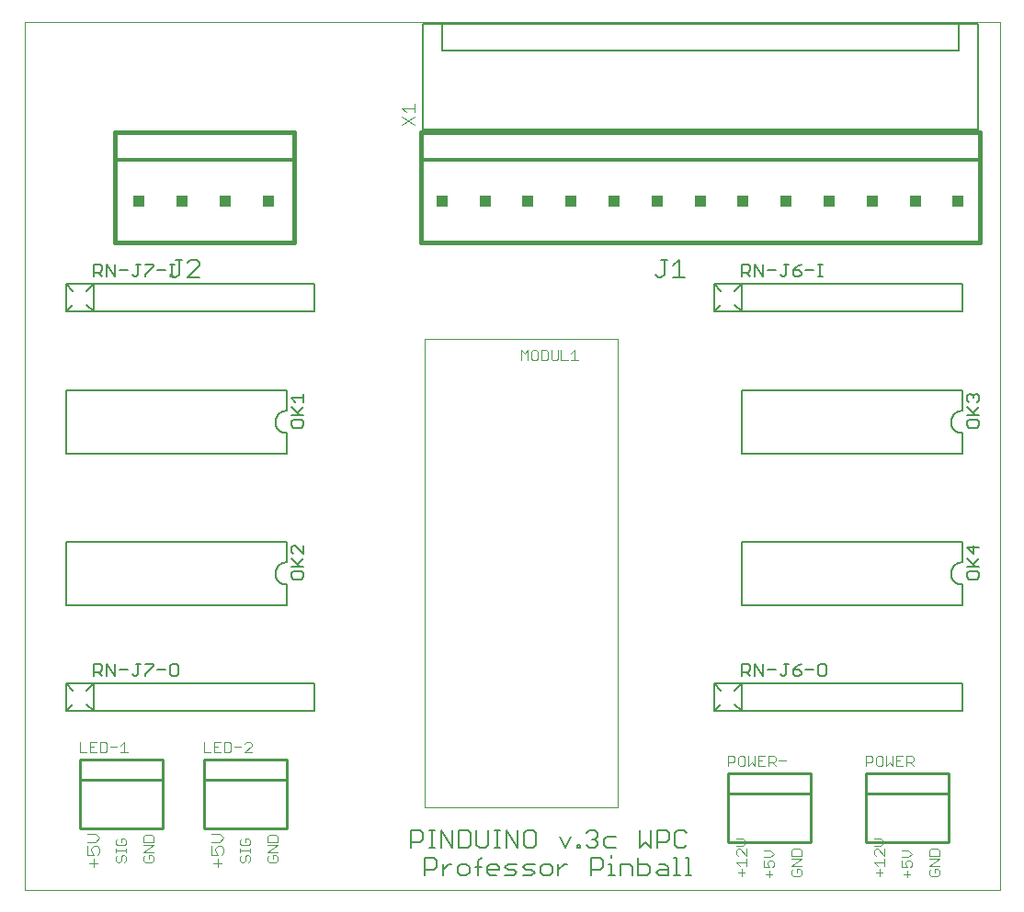
<source format=gto>
G75*
%MOIN*%
%OFA0B0*%
%FSLAX25Y25*%
%IPPOS*%
%LPD*%
%AMOC8*
5,1,8,0,0,1.08239X$1,22.5*
%
%ADD10C,0.00000*%
%ADD11C,0.00300*%
%ADD12C,0.00400*%
%ADD13C,0.00600*%
%ADD14C,0.01000*%
%ADD15C,0.00500*%
%ADD16C,0.00800*%
%ADD17C,0.01600*%
%ADD18C,0.01200*%
%ADD19R,0.04000X0.04000*%
D10*
X0011800Y0011800D02*
X0011800Y0327076D01*
X0365501Y0327076D01*
X0365501Y0011800D01*
X0011800Y0011800D01*
X0156800Y0041800D02*
X0156800Y0211800D01*
X0226800Y0211800D01*
X0226800Y0041800D01*
X0156800Y0041800D01*
D11*
X0103650Y0031168D02*
X0103650Y0029316D01*
X0099947Y0029316D01*
X0099947Y0031168D01*
X0100564Y0031785D01*
X0103033Y0031785D01*
X0103650Y0031168D01*
X0103650Y0028102D02*
X0099947Y0028102D01*
X0099947Y0025633D02*
X0103650Y0028102D01*
X0103650Y0025633D02*
X0099947Y0025633D01*
X0100564Y0024419D02*
X0099947Y0023802D01*
X0099947Y0022567D01*
X0100564Y0021950D01*
X0103033Y0021950D01*
X0103650Y0022567D01*
X0103650Y0023802D01*
X0103033Y0024419D01*
X0101798Y0024419D01*
X0101798Y0023184D01*
X0093650Y0022567D02*
X0093033Y0021950D01*
X0093650Y0022567D02*
X0093650Y0023802D01*
X0093033Y0024419D01*
X0092416Y0024419D01*
X0091798Y0023802D01*
X0091798Y0022567D01*
X0091181Y0021950D01*
X0090564Y0021950D01*
X0089947Y0022567D01*
X0089947Y0023802D01*
X0090564Y0024419D01*
X0089947Y0025633D02*
X0089947Y0026868D01*
X0089947Y0026250D02*
X0093650Y0026250D01*
X0093650Y0025633D02*
X0093650Y0026868D01*
X0093033Y0028089D02*
X0090564Y0028089D01*
X0089947Y0028706D01*
X0089947Y0029940D01*
X0090564Y0030557D01*
X0091798Y0030557D02*
X0091798Y0029323D01*
X0091798Y0030557D02*
X0093033Y0030557D01*
X0093650Y0029940D01*
X0093650Y0028706D01*
X0093033Y0028089D01*
X0058650Y0028102D02*
X0054947Y0028102D01*
X0054947Y0029316D02*
X0054947Y0031168D01*
X0055564Y0031785D01*
X0058033Y0031785D01*
X0058650Y0031168D01*
X0058650Y0029316D01*
X0054947Y0029316D01*
X0054947Y0025633D02*
X0058650Y0028102D01*
X0058650Y0025633D02*
X0054947Y0025633D01*
X0055564Y0024419D02*
X0054947Y0023802D01*
X0054947Y0022567D01*
X0055564Y0021950D01*
X0058033Y0021950D01*
X0058650Y0022567D01*
X0058650Y0023802D01*
X0058033Y0024419D01*
X0056798Y0024419D01*
X0056798Y0023184D01*
X0048650Y0022567D02*
X0048033Y0021950D01*
X0048650Y0022567D02*
X0048650Y0023802D01*
X0048033Y0024419D01*
X0047416Y0024419D01*
X0046798Y0023802D01*
X0046798Y0022567D01*
X0046181Y0021950D01*
X0045564Y0021950D01*
X0044947Y0022567D01*
X0044947Y0023802D01*
X0045564Y0024419D01*
X0044947Y0025633D02*
X0044947Y0026868D01*
X0044947Y0026250D02*
X0048650Y0026250D01*
X0048650Y0025633D02*
X0048650Y0026868D01*
X0048033Y0028089D02*
X0048650Y0028706D01*
X0048650Y0029940D01*
X0048033Y0030557D01*
X0046798Y0030557D01*
X0046798Y0029323D01*
X0045564Y0030557D02*
X0044947Y0029940D01*
X0044947Y0028706D01*
X0045564Y0028089D01*
X0048033Y0028089D01*
X0191950Y0204115D02*
X0191950Y0207755D01*
X0193163Y0206542D01*
X0194377Y0207755D01*
X0194377Y0204115D01*
X0195575Y0204722D02*
X0196182Y0204115D01*
X0197395Y0204115D01*
X0198002Y0204722D01*
X0198002Y0207149D01*
X0197395Y0207755D01*
X0196182Y0207755D01*
X0195575Y0207149D01*
X0195575Y0204722D01*
X0199200Y0204115D02*
X0199200Y0207755D01*
X0201020Y0207755D01*
X0201627Y0207149D01*
X0201627Y0204722D01*
X0201020Y0204115D01*
X0199200Y0204115D01*
X0202825Y0204722D02*
X0202825Y0207755D01*
X0205252Y0207755D02*
X0205252Y0204722D01*
X0204645Y0204115D01*
X0203432Y0204115D01*
X0202825Y0204722D01*
X0206451Y0204115D02*
X0206451Y0207755D01*
X0206451Y0204115D02*
X0208877Y0204115D01*
X0210076Y0204115D02*
X0212502Y0204115D01*
X0211289Y0204115D02*
X0211289Y0207755D01*
X0210076Y0206542D01*
X0269947Y0030468D02*
X0272416Y0030468D01*
X0273650Y0029234D01*
X0272416Y0027999D01*
X0269947Y0027999D01*
X0270564Y0026785D02*
X0269947Y0026168D01*
X0269947Y0024933D01*
X0270564Y0024316D01*
X0270564Y0026785D02*
X0271181Y0026785D01*
X0273650Y0024316D01*
X0273650Y0026785D01*
X0273650Y0023102D02*
X0273650Y0020633D01*
X0273650Y0021868D02*
X0269947Y0021868D01*
X0271181Y0020633D01*
X0271798Y0019419D02*
X0271798Y0016950D01*
X0270564Y0018184D02*
X0273033Y0018184D01*
X0279947Y0020108D02*
X0279947Y0022577D01*
X0279947Y0023792D02*
X0282416Y0023792D01*
X0283650Y0025026D01*
X0282416Y0026260D01*
X0279947Y0026260D01*
X0281798Y0022577D02*
X0283033Y0022577D01*
X0283650Y0021960D01*
X0283650Y0020726D01*
X0283033Y0020108D01*
X0281798Y0020108D02*
X0281181Y0021343D01*
X0281181Y0021960D01*
X0281798Y0022577D01*
X0281798Y0020108D02*
X0279947Y0020108D01*
X0281798Y0018894D02*
X0281798Y0016425D01*
X0280564Y0017660D02*
X0283033Y0017660D01*
X0289947Y0017567D02*
X0290564Y0016950D01*
X0293033Y0016950D01*
X0293650Y0017567D01*
X0293650Y0018802D01*
X0293033Y0019419D01*
X0291798Y0019419D01*
X0291798Y0018184D01*
X0290564Y0019419D02*
X0289947Y0018802D01*
X0289947Y0017567D01*
X0289947Y0020633D02*
X0293650Y0023102D01*
X0289947Y0023102D01*
X0289947Y0024316D02*
X0289947Y0026168D01*
X0290564Y0026785D01*
X0293033Y0026785D01*
X0293650Y0026168D01*
X0293650Y0024316D01*
X0289947Y0024316D01*
X0289947Y0020633D02*
X0293650Y0020633D01*
X0319947Y0021868D02*
X0323650Y0021868D01*
X0323650Y0023102D02*
X0323650Y0020633D01*
X0321798Y0019419D02*
X0321798Y0016950D01*
X0320564Y0018184D02*
X0323033Y0018184D01*
X0321181Y0020633D02*
X0319947Y0021868D01*
X0320564Y0024316D02*
X0319947Y0024933D01*
X0319947Y0026168D01*
X0320564Y0026785D01*
X0321181Y0026785D01*
X0323650Y0024316D01*
X0323650Y0026785D01*
X0322416Y0027999D02*
X0319947Y0027999D01*
X0322416Y0027999D02*
X0323650Y0029234D01*
X0322416Y0030468D01*
X0319947Y0030468D01*
X0329947Y0026260D02*
X0332416Y0026260D01*
X0333650Y0025026D01*
X0332416Y0023792D01*
X0329947Y0023792D01*
X0329947Y0022577D02*
X0329947Y0020108D01*
X0331798Y0020108D01*
X0331181Y0021343D01*
X0331181Y0021960D01*
X0331798Y0022577D01*
X0333033Y0022577D01*
X0333650Y0021960D01*
X0333650Y0020726D01*
X0333033Y0020108D01*
X0331798Y0018894D02*
X0331798Y0016425D01*
X0330564Y0017660D02*
X0333033Y0017660D01*
X0339947Y0017567D02*
X0340564Y0016950D01*
X0343033Y0016950D01*
X0343650Y0017567D01*
X0343650Y0018802D01*
X0343033Y0019419D01*
X0341798Y0019419D01*
X0341798Y0018184D01*
X0340564Y0019419D02*
X0339947Y0018802D01*
X0339947Y0017567D01*
X0339947Y0020633D02*
X0343650Y0023102D01*
X0339947Y0023102D01*
X0339947Y0024316D02*
X0339947Y0026168D01*
X0340564Y0026785D01*
X0343033Y0026785D01*
X0343650Y0026168D01*
X0343650Y0024316D01*
X0339947Y0024316D01*
X0339947Y0020633D02*
X0343650Y0020633D01*
D12*
X0334135Y0057000D02*
X0332934Y0058201D01*
X0333534Y0058201D02*
X0331733Y0058201D01*
X0331733Y0057000D02*
X0331733Y0060603D01*
X0333534Y0060603D01*
X0334135Y0060003D01*
X0334135Y0058802D01*
X0333534Y0058201D01*
X0330451Y0057000D02*
X0328049Y0057000D01*
X0328049Y0060603D01*
X0330451Y0060603D01*
X0329250Y0058802D02*
X0328049Y0058802D01*
X0326768Y0057000D02*
X0326768Y0060603D01*
X0324366Y0060603D02*
X0324366Y0057000D01*
X0325567Y0058201D01*
X0326768Y0057000D01*
X0323085Y0057601D02*
X0323085Y0060003D01*
X0322485Y0060603D01*
X0321284Y0060603D01*
X0320683Y0060003D01*
X0320683Y0057601D01*
X0321284Y0057000D01*
X0322485Y0057000D01*
X0323085Y0057601D01*
X0319402Y0058802D02*
X0318802Y0058201D01*
X0317000Y0058201D01*
X0317000Y0057000D02*
X0317000Y0060603D01*
X0318802Y0060603D01*
X0319402Y0060003D01*
X0319402Y0058802D01*
X0287818Y0058802D02*
X0285416Y0058802D01*
X0284135Y0058802D02*
X0283534Y0058201D01*
X0281733Y0058201D01*
X0282934Y0058201D02*
X0284135Y0057000D01*
X0284135Y0058802D02*
X0284135Y0060003D01*
X0283534Y0060603D01*
X0281733Y0060603D01*
X0281733Y0057000D01*
X0280451Y0057000D02*
X0278049Y0057000D01*
X0278049Y0060603D01*
X0280451Y0060603D01*
X0279250Y0058802D02*
X0278049Y0058802D01*
X0276768Y0057000D02*
X0276768Y0060603D01*
X0274366Y0060603D02*
X0274366Y0057000D01*
X0275567Y0058201D01*
X0276768Y0057000D01*
X0273085Y0057601D02*
X0273085Y0060003D01*
X0272485Y0060603D01*
X0271284Y0060603D01*
X0270683Y0060003D01*
X0270683Y0057601D01*
X0271284Y0057000D01*
X0272485Y0057000D01*
X0273085Y0057601D01*
X0269402Y0058802D02*
X0268802Y0058201D01*
X0267000Y0058201D01*
X0267000Y0057000D02*
X0267000Y0060603D01*
X0268802Y0060603D01*
X0269402Y0060003D01*
X0269402Y0058802D01*
X0094135Y0062000D02*
X0091733Y0062000D01*
X0094135Y0064402D01*
X0094135Y0065003D01*
X0093534Y0065603D01*
X0092333Y0065603D01*
X0091733Y0065003D01*
X0090451Y0063802D02*
X0088049Y0063802D01*
X0086768Y0065003D02*
X0086168Y0065603D01*
X0084366Y0065603D01*
X0084366Y0062000D01*
X0086168Y0062000D01*
X0086768Y0062601D01*
X0086768Y0065003D01*
X0083085Y0065603D02*
X0080683Y0065603D01*
X0080683Y0062000D01*
X0083085Y0062000D01*
X0081884Y0063802D02*
X0080683Y0063802D01*
X0079402Y0062000D02*
X0077000Y0062000D01*
X0077000Y0065603D01*
X0049135Y0062000D02*
X0046733Y0062000D01*
X0047934Y0062000D02*
X0047934Y0065603D01*
X0046733Y0064402D01*
X0045451Y0063802D02*
X0043049Y0063802D01*
X0041768Y0062601D02*
X0041768Y0065003D01*
X0041168Y0065603D01*
X0039366Y0065603D01*
X0039366Y0062000D01*
X0041168Y0062000D01*
X0041768Y0062601D01*
X0038085Y0062000D02*
X0035683Y0062000D01*
X0035683Y0065603D01*
X0038085Y0065603D01*
X0036884Y0063802D02*
X0035683Y0063802D01*
X0034402Y0062000D02*
X0032000Y0062000D01*
X0032000Y0065603D01*
X0034496Y0032371D02*
X0037565Y0032371D01*
X0039100Y0030837D01*
X0037565Y0029302D01*
X0034496Y0029302D01*
X0034496Y0027767D02*
X0034496Y0024698D01*
X0036798Y0024698D01*
X0036031Y0026233D01*
X0036031Y0027000D01*
X0036798Y0027767D01*
X0038333Y0027767D01*
X0039100Y0027000D01*
X0039100Y0025465D01*
X0038333Y0024698D01*
X0036798Y0023163D02*
X0036798Y0020094D01*
X0035263Y0021629D02*
X0038333Y0021629D01*
X0079496Y0024698D02*
X0081798Y0024698D01*
X0081031Y0026233D01*
X0081031Y0027000D01*
X0081798Y0027767D01*
X0083333Y0027767D01*
X0084100Y0027000D01*
X0084100Y0025465D01*
X0083333Y0024698D01*
X0081798Y0023163D02*
X0081798Y0020094D01*
X0080263Y0021629D02*
X0083333Y0021629D01*
X0079496Y0024698D02*
X0079496Y0027767D01*
X0079496Y0029302D02*
X0082565Y0029302D01*
X0084100Y0030837D01*
X0082565Y0032371D01*
X0079496Y0032371D01*
X0148610Y0289500D02*
X0153214Y0292569D01*
X0153214Y0294104D02*
X0153214Y0297173D01*
X0153214Y0295639D02*
X0148610Y0295639D01*
X0150145Y0294104D01*
X0148610Y0292569D02*
X0153214Y0289500D01*
D13*
X0116800Y0231800D02*
X0036800Y0231800D01*
X0026800Y0231800D01*
X0029300Y0229300D01*
X0026800Y0231800D02*
X0026800Y0221800D01*
X0036800Y0221800D01*
X0116800Y0221800D01*
X0116800Y0231800D01*
X0106800Y0193300D02*
X0106800Y0185800D01*
X0106674Y0185798D01*
X0106549Y0185792D01*
X0106424Y0185782D01*
X0106299Y0185768D01*
X0106174Y0185751D01*
X0106050Y0185729D01*
X0105927Y0185704D01*
X0105805Y0185674D01*
X0105684Y0185641D01*
X0105564Y0185604D01*
X0105445Y0185564D01*
X0105328Y0185519D01*
X0105211Y0185471D01*
X0105097Y0185419D01*
X0104984Y0185364D01*
X0104873Y0185305D01*
X0104764Y0185243D01*
X0104657Y0185177D01*
X0104552Y0185108D01*
X0104449Y0185036D01*
X0104348Y0184961D01*
X0104250Y0184882D01*
X0104155Y0184800D01*
X0104062Y0184716D01*
X0103972Y0184628D01*
X0103884Y0184538D01*
X0103800Y0184445D01*
X0103718Y0184350D01*
X0103639Y0184252D01*
X0103564Y0184151D01*
X0103492Y0184048D01*
X0103423Y0183943D01*
X0103357Y0183836D01*
X0103295Y0183727D01*
X0103236Y0183616D01*
X0103181Y0183503D01*
X0103129Y0183389D01*
X0103081Y0183272D01*
X0103036Y0183155D01*
X0102996Y0183036D01*
X0102959Y0182916D01*
X0102926Y0182795D01*
X0102896Y0182673D01*
X0102871Y0182550D01*
X0102849Y0182426D01*
X0102832Y0182301D01*
X0102818Y0182176D01*
X0102808Y0182051D01*
X0102802Y0181926D01*
X0102800Y0181800D01*
X0102802Y0181674D01*
X0102808Y0181549D01*
X0102818Y0181424D01*
X0102832Y0181299D01*
X0102849Y0181174D01*
X0102871Y0181050D01*
X0102896Y0180927D01*
X0102926Y0180805D01*
X0102959Y0180684D01*
X0102996Y0180564D01*
X0103036Y0180445D01*
X0103081Y0180328D01*
X0103129Y0180211D01*
X0103181Y0180097D01*
X0103236Y0179984D01*
X0103295Y0179873D01*
X0103357Y0179764D01*
X0103423Y0179657D01*
X0103492Y0179552D01*
X0103564Y0179449D01*
X0103639Y0179348D01*
X0103718Y0179250D01*
X0103800Y0179155D01*
X0103884Y0179062D01*
X0103972Y0178972D01*
X0104062Y0178884D01*
X0104155Y0178800D01*
X0104250Y0178718D01*
X0104348Y0178639D01*
X0104449Y0178564D01*
X0104552Y0178492D01*
X0104657Y0178423D01*
X0104764Y0178357D01*
X0104873Y0178295D01*
X0104984Y0178236D01*
X0105097Y0178181D01*
X0105211Y0178129D01*
X0105328Y0178081D01*
X0105445Y0178036D01*
X0105564Y0177996D01*
X0105684Y0177959D01*
X0105805Y0177926D01*
X0105927Y0177896D01*
X0106050Y0177871D01*
X0106174Y0177849D01*
X0106299Y0177832D01*
X0106424Y0177818D01*
X0106549Y0177808D01*
X0106674Y0177802D01*
X0106800Y0177800D01*
X0106800Y0170300D01*
X0026800Y0170300D01*
X0026800Y0193300D01*
X0106800Y0193300D01*
X0075316Y0234300D02*
X0071045Y0234300D01*
X0075316Y0238570D01*
X0075316Y0239638D01*
X0074248Y0240705D01*
X0072113Y0240705D01*
X0071045Y0239638D01*
X0068870Y0240705D02*
X0066735Y0240705D01*
X0067803Y0240705D02*
X0067803Y0235368D01*
X0066735Y0234300D01*
X0065668Y0234300D01*
X0064600Y0235368D01*
X0036800Y0231800D02*
X0036800Y0221800D01*
X0034300Y0224300D01*
X0034300Y0229300D02*
X0036800Y0231800D01*
X0029300Y0224300D02*
X0026800Y0221800D01*
X0026800Y0138300D02*
X0026800Y0115300D01*
X0106800Y0115300D01*
X0106800Y0122800D01*
X0106674Y0122802D01*
X0106549Y0122808D01*
X0106424Y0122818D01*
X0106299Y0122832D01*
X0106174Y0122849D01*
X0106050Y0122871D01*
X0105927Y0122896D01*
X0105805Y0122926D01*
X0105684Y0122959D01*
X0105564Y0122996D01*
X0105445Y0123036D01*
X0105328Y0123081D01*
X0105211Y0123129D01*
X0105097Y0123181D01*
X0104984Y0123236D01*
X0104873Y0123295D01*
X0104764Y0123357D01*
X0104657Y0123423D01*
X0104552Y0123492D01*
X0104449Y0123564D01*
X0104348Y0123639D01*
X0104250Y0123718D01*
X0104155Y0123800D01*
X0104062Y0123884D01*
X0103972Y0123972D01*
X0103884Y0124062D01*
X0103800Y0124155D01*
X0103718Y0124250D01*
X0103639Y0124348D01*
X0103564Y0124449D01*
X0103492Y0124552D01*
X0103423Y0124657D01*
X0103357Y0124764D01*
X0103295Y0124873D01*
X0103236Y0124984D01*
X0103181Y0125097D01*
X0103129Y0125211D01*
X0103081Y0125328D01*
X0103036Y0125445D01*
X0102996Y0125564D01*
X0102959Y0125684D01*
X0102926Y0125805D01*
X0102896Y0125927D01*
X0102871Y0126050D01*
X0102849Y0126174D01*
X0102832Y0126299D01*
X0102818Y0126424D01*
X0102808Y0126549D01*
X0102802Y0126674D01*
X0102800Y0126800D01*
X0102802Y0126926D01*
X0102808Y0127051D01*
X0102818Y0127176D01*
X0102832Y0127301D01*
X0102849Y0127426D01*
X0102871Y0127550D01*
X0102896Y0127673D01*
X0102926Y0127795D01*
X0102959Y0127916D01*
X0102996Y0128036D01*
X0103036Y0128155D01*
X0103081Y0128272D01*
X0103129Y0128389D01*
X0103181Y0128503D01*
X0103236Y0128616D01*
X0103295Y0128727D01*
X0103357Y0128836D01*
X0103423Y0128943D01*
X0103492Y0129048D01*
X0103564Y0129151D01*
X0103639Y0129252D01*
X0103718Y0129350D01*
X0103800Y0129445D01*
X0103884Y0129538D01*
X0103972Y0129628D01*
X0104062Y0129716D01*
X0104155Y0129800D01*
X0104250Y0129882D01*
X0104348Y0129961D01*
X0104449Y0130036D01*
X0104552Y0130108D01*
X0104657Y0130177D01*
X0104764Y0130243D01*
X0104873Y0130305D01*
X0104984Y0130364D01*
X0105097Y0130419D01*
X0105211Y0130471D01*
X0105328Y0130519D01*
X0105445Y0130564D01*
X0105564Y0130604D01*
X0105684Y0130641D01*
X0105805Y0130674D01*
X0105927Y0130704D01*
X0106050Y0130729D01*
X0106174Y0130751D01*
X0106299Y0130768D01*
X0106424Y0130782D01*
X0106549Y0130792D01*
X0106674Y0130798D01*
X0106800Y0130800D01*
X0106800Y0138300D01*
X0026800Y0138300D01*
X0026800Y0086800D02*
X0036800Y0086800D01*
X0036800Y0076800D01*
X0116800Y0076800D01*
X0116800Y0086800D01*
X0036800Y0086800D01*
X0034300Y0084300D01*
X0034300Y0079300D02*
X0036800Y0076800D01*
X0026800Y0076800D01*
X0029300Y0079300D01*
X0026800Y0076800D02*
X0026800Y0086800D01*
X0029300Y0084300D01*
X0152100Y0033505D02*
X0152100Y0027100D01*
X0152100Y0029235D02*
X0155303Y0029235D01*
X0156370Y0030303D01*
X0156370Y0032438D01*
X0155303Y0033505D01*
X0152100Y0033505D01*
X0158545Y0033505D02*
X0160681Y0033505D01*
X0159613Y0033505D02*
X0159613Y0027100D01*
X0158545Y0027100D02*
X0160681Y0027100D01*
X0162842Y0027100D02*
X0162842Y0033505D01*
X0167113Y0027100D01*
X0167113Y0033505D01*
X0169288Y0033505D02*
X0172491Y0033505D01*
X0173558Y0032438D01*
X0173558Y0028168D01*
X0172491Y0027100D01*
X0169288Y0027100D01*
X0169288Y0033505D01*
X0175733Y0033505D02*
X0175733Y0028168D01*
X0176801Y0027100D01*
X0178936Y0027100D01*
X0180004Y0028168D01*
X0180004Y0033505D01*
X0182179Y0033505D02*
X0184314Y0033505D01*
X0183247Y0033505D02*
X0183247Y0027100D01*
X0184314Y0027100D02*
X0182179Y0027100D01*
X0186476Y0027100D02*
X0186476Y0033505D01*
X0190746Y0027100D01*
X0190746Y0033505D01*
X0192921Y0032438D02*
X0192921Y0028168D01*
X0193989Y0027100D01*
X0196124Y0027100D01*
X0197192Y0028168D01*
X0197192Y0032438D01*
X0196124Y0033505D01*
X0193989Y0033505D01*
X0192921Y0032438D01*
X0193618Y0021370D02*
X0196821Y0021370D01*
X0195753Y0019235D02*
X0193618Y0019235D01*
X0192550Y0020303D01*
X0193618Y0021370D01*
X0195753Y0019235D02*
X0196821Y0018168D01*
X0195753Y0017100D01*
X0192550Y0017100D01*
X0190375Y0018168D02*
X0189307Y0019235D01*
X0187172Y0019235D01*
X0186105Y0020303D01*
X0187172Y0021370D01*
X0190375Y0021370D01*
X0190375Y0018168D02*
X0189307Y0017100D01*
X0186105Y0017100D01*
X0183930Y0019235D02*
X0179659Y0019235D01*
X0179659Y0018168D02*
X0179659Y0020303D01*
X0180727Y0021370D01*
X0182862Y0021370D01*
X0183930Y0020303D01*
X0183930Y0019235D01*
X0182862Y0017100D02*
X0180727Y0017100D01*
X0179659Y0018168D01*
X0177497Y0020303D02*
X0175362Y0020303D01*
X0173187Y0020303D02*
X0172119Y0021370D01*
X0169984Y0021370D01*
X0168917Y0020303D01*
X0168917Y0018168D01*
X0169984Y0017100D01*
X0172119Y0017100D01*
X0173187Y0018168D01*
X0173187Y0020303D01*
X0176430Y0022438D02*
X0177497Y0023505D01*
X0176430Y0022438D02*
X0176430Y0017100D01*
X0166748Y0021370D02*
X0165681Y0021370D01*
X0163545Y0019235D01*
X0163545Y0017100D02*
X0163545Y0021370D01*
X0161370Y0020303D02*
X0160303Y0019235D01*
X0157100Y0019235D01*
X0157100Y0017100D02*
X0157100Y0023505D01*
X0160303Y0023505D01*
X0161370Y0022438D01*
X0161370Y0020303D01*
X0198996Y0020303D02*
X0198996Y0018168D01*
X0200063Y0017100D01*
X0202198Y0017100D01*
X0203266Y0018168D01*
X0203266Y0020303D01*
X0202198Y0021370D01*
X0200063Y0021370D01*
X0198996Y0020303D01*
X0205441Y0021370D02*
X0205441Y0017100D01*
X0205441Y0019235D02*
X0207576Y0021370D01*
X0208644Y0021370D01*
X0207948Y0027100D02*
X0210083Y0031370D01*
X0212258Y0028168D02*
X0213326Y0028168D01*
X0213326Y0027100D01*
X0212258Y0027100D01*
X0212258Y0028168D01*
X0215481Y0028168D02*
X0216548Y0027100D01*
X0218683Y0027100D01*
X0219751Y0028168D01*
X0219751Y0029235D01*
X0218683Y0030303D01*
X0217616Y0030303D01*
X0218683Y0030303D02*
X0219751Y0031370D01*
X0219751Y0032438D01*
X0218683Y0033505D01*
X0216548Y0033505D01*
X0215481Y0032438D01*
X0221926Y0030303D02*
X0221926Y0028168D01*
X0222994Y0027100D01*
X0226197Y0027100D01*
X0224771Y0024573D02*
X0224771Y0023505D01*
X0224771Y0021370D02*
X0224771Y0017100D01*
X0223703Y0017100D02*
X0225839Y0017100D01*
X0228000Y0017100D02*
X0228000Y0021370D01*
X0231203Y0021370D01*
X0232271Y0020303D01*
X0232271Y0017100D01*
X0234446Y0017100D02*
X0237649Y0017100D01*
X0238716Y0018168D01*
X0238716Y0020303D01*
X0237649Y0021370D01*
X0234446Y0021370D01*
X0234446Y0023505D02*
X0234446Y0017100D01*
X0240891Y0018168D02*
X0241959Y0019235D01*
X0245162Y0019235D01*
X0245162Y0020303D02*
X0245162Y0017100D01*
X0241959Y0017100D01*
X0240891Y0018168D01*
X0241959Y0021370D02*
X0244094Y0021370D01*
X0245162Y0020303D01*
X0247337Y0023505D02*
X0248405Y0023505D01*
X0248405Y0017100D01*
X0249472Y0017100D02*
X0247337Y0017100D01*
X0251634Y0017100D02*
X0253769Y0017100D01*
X0252702Y0017100D02*
X0252702Y0023505D01*
X0251634Y0023505D01*
X0250911Y0027100D02*
X0248776Y0027100D01*
X0247708Y0028168D01*
X0247708Y0032438D01*
X0248776Y0033505D01*
X0250911Y0033505D01*
X0251979Y0032438D01*
X0251979Y0028168D02*
X0250911Y0027100D01*
X0245533Y0030303D02*
X0244465Y0029235D01*
X0241263Y0029235D01*
X0241263Y0027100D02*
X0241263Y0033505D01*
X0244465Y0033505D01*
X0245533Y0032438D01*
X0245533Y0030303D01*
X0239088Y0033505D02*
X0239088Y0027100D01*
X0236952Y0029235D01*
X0234817Y0027100D01*
X0234817Y0033505D01*
X0226197Y0031370D02*
X0222994Y0031370D01*
X0221926Y0030303D01*
X0220461Y0023505D02*
X0217258Y0023505D01*
X0217258Y0017100D01*
X0217258Y0019235D02*
X0220461Y0019235D01*
X0221528Y0020303D01*
X0221528Y0022438D01*
X0220461Y0023505D01*
X0223703Y0021370D02*
X0224771Y0021370D01*
X0207948Y0027100D02*
X0205812Y0031370D01*
X0261800Y0076800D02*
X0271800Y0076800D01*
X0351800Y0076800D01*
X0351800Y0086800D01*
X0271800Y0086800D01*
X0261800Y0086800D01*
X0264300Y0084300D01*
X0261800Y0086800D02*
X0261800Y0076800D01*
X0264300Y0079300D01*
X0269300Y0079300D02*
X0271800Y0076800D01*
X0271800Y0086800D01*
X0269300Y0084300D01*
X0271800Y0115300D02*
X0271800Y0138300D01*
X0351800Y0138300D01*
X0351800Y0130800D01*
X0351674Y0130798D01*
X0351549Y0130792D01*
X0351424Y0130782D01*
X0351299Y0130768D01*
X0351174Y0130751D01*
X0351050Y0130729D01*
X0350927Y0130704D01*
X0350805Y0130674D01*
X0350684Y0130641D01*
X0350564Y0130604D01*
X0350445Y0130564D01*
X0350328Y0130519D01*
X0350211Y0130471D01*
X0350097Y0130419D01*
X0349984Y0130364D01*
X0349873Y0130305D01*
X0349764Y0130243D01*
X0349657Y0130177D01*
X0349552Y0130108D01*
X0349449Y0130036D01*
X0349348Y0129961D01*
X0349250Y0129882D01*
X0349155Y0129800D01*
X0349062Y0129716D01*
X0348972Y0129628D01*
X0348884Y0129538D01*
X0348800Y0129445D01*
X0348718Y0129350D01*
X0348639Y0129252D01*
X0348564Y0129151D01*
X0348492Y0129048D01*
X0348423Y0128943D01*
X0348357Y0128836D01*
X0348295Y0128727D01*
X0348236Y0128616D01*
X0348181Y0128503D01*
X0348129Y0128389D01*
X0348081Y0128272D01*
X0348036Y0128155D01*
X0347996Y0128036D01*
X0347959Y0127916D01*
X0347926Y0127795D01*
X0347896Y0127673D01*
X0347871Y0127550D01*
X0347849Y0127426D01*
X0347832Y0127301D01*
X0347818Y0127176D01*
X0347808Y0127051D01*
X0347802Y0126926D01*
X0347800Y0126800D01*
X0347802Y0126674D01*
X0347808Y0126549D01*
X0347818Y0126424D01*
X0347832Y0126299D01*
X0347849Y0126174D01*
X0347871Y0126050D01*
X0347896Y0125927D01*
X0347926Y0125805D01*
X0347959Y0125684D01*
X0347996Y0125564D01*
X0348036Y0125445D01*
X0348081Y0125328D01*
X0348129Y0125211D01*
X0348181Y0125097D01*
X0348236Y0124984D01*
X0348295Y0124873D01*
X0348357Y0124764D01*
X0348423Y0124657D01*
X0348492Y0124552D01*
X0348564Y0124449D01*
X0348639Y0124348D01*
X0348718Y0124250D01*
X0348800Y0124155D01*
X0348884Y0124062D01*
X0348972Y0123972D01*
X0349062Y0123884D01*
X0349155Y0123800D01*
X0349250Y0123718D01*
X0349348Y0123639D01*
X0349449Y0123564D01*
X0349552Y0123492D01*
X0349657Y0123423D01*
X0349764Y0123357D01*
X0349873Y0123295D01*
X0349984Y0123236D01*
X0350097Y0123181D01*
X0350211Y0123129D01*
X0350328Y0123081D01*
X0350445Y0123036D01*
X0350564Y0122996D01*
X0350684Y0122959D01*
X0350805Y0122926D01*
X0350927Y0122896D01*
X0351050Y0122871D01*
X0351174Y0122849D01*
X0351299Y0122832D01*
X0351424Y0122818D01*
X0351549Y0122808D01*
X0351674Y0122802D01*
X0351800Y0122800D01*
X0351800Y0115300D01*
X0271800Y0115300D01*
X0271800Y0170300D02*
X0271800Y0193300D01*
X0351800Y0193300D01*
X0351800Y0185800D01*
X0351674Y0185798D01*
X0351549Y0185792D01*
X0351424Y0185782D01*
X0351299Y0185768D01*
X0351174Y0185751D01*
X0351050Y0185729D01*
X0350927Y0185704D01*
X0350805Y0185674D01*
X0350684Y0185641D01*
X0350564Y0185604D01*
X0350445Y0185564D01*
X0350328Y0185519D01*
X0350211Y0185471D01*
X0350097Y0185419D01*
X0349984Y0185364D01*
X0349873Y0185305D01*
X0349764Y0185243D01*
X0349657Y0185177D01*
X0349552Y0185108D01*
X0349449Y0185036D01*
X0349348Y0184961D01*
X0349250Y0184882D01*
X0349155Y0184800D01*
X0349062Y0184716D01*
X0348972Y0184628D01*
X0348884Y0184538D01*
X0348800Y0184445D01*
X0348718Y0184350D01*
X0348639Y0184252D01*
X0348564Y0184151D01*
X0348492Y0184048D01*
X0348423Y0183943D01*
X0348357Y0183836D01*
X0348295Y0183727D01*
X0348236Y0183616D01*
X0348181Y0183503D01*
X0348129Y0183389D01*
X0348081Y0183272D01*
X0348036Y0183155D01*
X0347996Y0183036D01*
X0347959Y0182916D01*
X0347926Y0182795D01*
X0347896Y0182673D01*
X0347871Y0182550D01*
X0347849Y0182426D01*
X0347832Y0182301D01*
X0347818Y0182176D01*
X0347808Y0182051D01*
X0347802Y0181926D01*
X0347800Y0181800D01*
X0347802Y0181674D01*
X0347808Y0181549D01*
X0347818Y0181424D01*
X0347832Y0181299D01*
X0347849Y0181174D01*
X0347871Y0181050D01*
X0347896Y0180927D01*
X0347926Y0180805D01*
X0347959Y0180684D01*
X0347996Y0180564D01*
X0348036Y0180445D01*
X0348081Y0180328D01*
X0348129Y0180211D01*
X0348181Y0180097D01*
X0348236Y0179984D01*
X0348295Y0179873D01*
X0348357Y0179764D01*
X0348423Y0179657D01*
X0348492Y0179552D01*
X0348564Y0179449D01*
X0348639Y0179348D01*
X0348718Y0179250D01*
X0348800Y0179155D01*
X0348884Y0179062D01*
X0348972Y0178972D01*
X0349062Y0178884D01*
X0349155Y0178800D01*
X0349250Y0178718D01*
X0349348Y0178639D01*
X0349449Y0178564D01*
X0349552Y0178492D01*
X0349657Y0178423D01*
X0349764Y0178357D01*
X0349873Y0178295D01*
X0349984Y0178236D01*
X0350097Y0178181D01*
X0350211Y0178129D01*
X0350328Y0178081D01*
X0350445Y0178036D01*
X0350564Y0177996D01*
X0350684Y0177959D01*
X0350805Y0177926D01*
X0350927Y0177896D01*
X0351050Y0177871D01*
X0351174Y0177849D01*
X0351299Y0177832D01*
X0351424Y0177818D01*
X0351549Y0177808D01*
X0351674Y0177802D01*
X0351800Y0177800D01*
X0351800Y0170300D01*
X0271800Y0170300D01*
X0271800Y0221800D02*
X0261800Y0221800D01*
X0264300Y0224300D01*
X0261800Y0221800D02*
X0261800Y0231800D01*
X0271800Y0231800D01*
X0271800Y0221800D01*
X0351800Y0221800D01*
X0351800Y0231800D01*
X0271800Y0231800D01*
X0269300Y0229300D01*
X0269300Y0224300D02*
X0271800Y0221800D01*
X0264300Y0229300D02*
X0261800Y0231800D01*
X0251316Y0234300D02*
X0247045Y0234300D01*
X0249181Y0234300D02*
X0249181Y0240705D01*
X0247045Y0238570D01*
X0244870Y0240705D02*
X0242735Y0240705D01*
X0243803Y0240705D02*
X0243803Y0235368D01*
X0242735Y0234300D01*
X0241668Y0234300D01*
X0240600Y0235368D01*
D14*
X0106800Y0059300D02*
X0076800Y0059300D01*
X0076800Y0051800D01*
X0106800Y0051800D01*
X0106800Y0034300D01*
X0076800Y0034300D01*
X0076800Y0051800D01*
X0061800Y0051800D02*
X0031800Y0051800D01*
X0031800Y0059300D01*
X0061800Y0059300D01*
X0061800Y0051800D01*
X0061800Y0034300D01*
X0031800Y0034300D01*
X0031800Y0051800D01*
X0106800Y0051800D02*
X0106800Y0059300D01*
X0266800Y0054300D02*
X0266800Y0046800D01*
X0296800Y0046800D01*
X0296800Y0029300D01*
X0266800Y0029300D01*
X0266800Y0046800D01*
X0266800Y0054300D02*
X0296800Y0054300D01*
X0296800Y0046800D01*
X0316800Y0046800D02*
X0316800Y0029300D01*
X0346800Y0029300D01*
X0346800Y0046800D01*
X0316800Y0046800D01*
X0316800Y0054300D01*
X0346800Y0054300D01*
X0346800Y0046800D01*
D15*
X0302676Y0090301D02*
X0302676Y0093303D01*
X0301925Y0094054D01*
X0300424Y0094054D01*
X0299674Y0093303D01*
X0299674Y0090301D01*
X0300424Y0089550D01*
X0301925Y0089550D01*
X0302676Y0090301D01*
X0298072Y0091802D02*
X0295070Y0091802D01*
X0293468Y0091051D02*
X0292718Y0091802D01*
X0290466Y0091802D01*
X0290466Y0090301D01*
X0291216Y0089550D01*
X0292718Y0089550D01*
X0293468Y0090301D01*
X0293468Y0091051D01*
X0291967Y0093303D02*
X0290466Y0091802D01*
X0291967Y0093303D02*
X0293468Y0094054D01*
X0288864Y0094054D02*
X0287363Y0094054D01*
X0288114Y0094054D02*
X0288114Y0090301D01*
X0287363Y0089550D01*
X0286612Y0089550D01*
X0285862Y0090301D01*
X0284260Y0091802D02*
X0281258Y0091802D01*
X0279656Y0089550D02*
X0279656Y0094054D01*
X0276654Y0094054D02*
X0279656Y0089550D01*
X0276654Y0089550D02*
X0276654Y0094054D01*
X0275053Y0093303D02*
X0275053Y0091802D01*
X0274302Y0091051D01*
X0272050Y0091051D01*
X0272050Y0089550D02*
X0272050Y0094054D01*
X0274302Y0094054D01*
X0275053Y0093303D01*
X0273551Y0091051D02*
X0275053Y0089550D01*
X0353546Y0125489D02*
X0354297Y0124738D01*
X0357299Y0124738D01*
X0358050Y0125489D01*
X0358050Y0126990D01*
X0357299Y0127741D01*
X0354297Y0127741D01*
X0353546Y0126990D01*
X0353546Y0125489D01*
X0353546Y0129342D02*
X0358050Y0129342D01*
X0356549Y0129342D02*
X0353546Y0132345D01*
X0355798Y0133946D02*
X0355798Y0136949D01*
X0353546Y0136198D02*
X0355798Y0133946D01*
X0358050Y0132345D02*
X0355798Y0130093D01*
X0358050Y0136198D02*
X0353546Y0136198D01*
X0354297Y0179738D02*
X0357299Y0179738D01*
X0358050Y0180489D01*
X0358050Y0181990D01*
X0357299Y0182741D01*
X0354297Y0182741D01*
X0353546Y0181990D01*
X0353546Y0180489D01*
X0354297Y0179738D01*
X0353546Y0184342D02*
X0358050Y0184342D01*
X0356549Y0184342D02*
X0353546Y0187345D01*
X0354297Y0188946D02*
X0353546Y0189697D01*
X0353546Y0191198D01*
X0354297Y0191949D01*
X0355047Y0191949D01*
X0355798Y0191198D01*
X0356549Y0191949D01*
X0357299Y0191949D01*
X0358050Y0191198D01*
X0358050Y0189697D01*
X0357299Y0188946D01*
X0358050Y0187345D02*
X0355798Y0185093D01*
X0355798Y0190447D02*
X0355798Y0191198D01*
X0301175Y0234550D02*
X0299674Y0234550D01*
X0300424Y0234550D02*
X0300424Y0239054D01*
X0299674Y0239054D02*
X0301175Y0239054D01*
X0298072Y0236802D02*
X0295070Y0236802D01*
X0293468Y0236051D02*
X0292718Y0236802D01*
X0290466Y0236802D01*
X0290466Y0235301D01*
X0291216Y0234550D01*
X0292718Y0234550D01*
X0293468Y0235301D01*
X0293468Y0236051D01*
X0291967Y0238303D02*
X0290466Y0236802D01*
X0291967Y0238303D02*
X0293468Y0239054D01*
X0288864Y0239054D02*
X0287363Y0239054D01*
X0288114Y0239054D02*
X0288114Y0235301D01*
X0287363Y0234550D01*
X0286612Y0234550D01*
X0285862Y0235301D01*
X0284260Y0236802D02*
X0281258Y0236802D01*
X0279656Y0234550D02*
X0279656Y0239054D01*
X0276654Y0239054D02*
X0279656Y0234550D01*
X0276654Y0234550D02*
X0276654Y0239054D01*
X0275053Y0238303D02*
X0275053Y0236802D01*
X0274302Y0236051D01*
X0272050Y0236051D01*
X0272050Y0234550D02*
X0272050Y0239054D01*
X0274302Y0239054D01*
X0275053Y0238303D01*
X0273551Y0236051D02*
X0275053Y0234550D01*
X0113050Y0191949D02*
X0113050Y0188946D01*
X0113050Y0190447D02*
X0108546Y0190447D01*
X0110047Y0188946D01*
X0108546Y0187345D02*
X0111549Y0184342D01*
X0110798Y0185093D02*
X0113050Y0187345D01*
X0113050Y0184342D02*
X0108546Y0184342D01*
X0109297Y0182741D02*
X0108546Y0181990D01*
X0108546Y0180489D01*
X0109297Y0179738D01*
X0112299Y0179738D01*
X0113050Y0180489D01*
X0113050Y0181990D01*
X0112299Y0182741D01*
X0109297Y0182741D01*
X0109297Y0136949D02*
X0108546Y0136198D01*
X0108546Y0134697D01*
X0109297Y0133946D01*
X0108546Y0132345D02*
X0111549Y0129342D01*
X0110798Y0130093D02*
X0113050Y0132345D01*
X0113050Y0133946D02*
X0110047Y0136949D01*
X0109297Y0136949D01*
X0113050Y0136949D02*
X0113050Y0133946D01*
X0113050Y0129342D02*
X0108546Y0129342D01*
X0109297Y0127741D02*
X0108546Y0126990D01*
X0108546Y0125489D01*
X0109297Y0124738D01*
X0112299Y0124738D01*
X0113050Y0125489D01*
X0113050Y0126990D01*
X0112299Y0127741D01*
X0109297Y0127741D01*
X0067676Y0093303D02*
X0067676Y0090301D01*
X0066925Y0089550D01*
X0065424Y0089550D01*
X0064674Y0090301D01*
X0064674Y0093303D01*
X0065424Y0094054D01*
X0066925Y0094054D01*
X0067676Y0093303D01*
X0063072Y0091802D02*
X0060070Y0091802D01*
X0058468Y0093303D02*
X0055466Y0090301D01*
X0055466Y0089550D01*
X0053114Y0090301D02*
X0053114Y0094054D01*
X0053864Y0094054D02*
X0052363Y0094054D01*
X0055466Y0094054D02*
X0058468Y0094054D01*
X0058468Y0093303D01*
X0053114Y0090301D02*
X0052363Y0089550D01*
X0051612Y0089550D01*
X0050862Y0090301D01*
X0049260Y0091802D02*
X0046258Y0091802D01*
X0044656Y0089550D02*
X0044656Y0094054D01*
X0041654Y0094054D02*
X0044656Y0089550D01*
X0041654Y0089550D02*
X0041654Y0094054D01*
X0040053Y0093303D02*
X0040053Y0091802D01*
X0039302Y0091051D01*
X0037050Y0091051D01*
X0037050Y0089550D02*
X0037050Y0094054D01*
X0039302Y0094054D01*
X0040053Y0093303D01*
X0038551Y0091051D02*
X0040053Y0089550D01*
X0040053Y0234550D02*
X0038551Y0236051D01*
X0039302Y0236051D02*
X0037050Y0236051D01*
X0037050Y0234550D02*
X0037050Y0239054D01*
X0039302Y0239054D01*
X0040053Y0238303D01*
X0040053Y0236802D01*
X0039302Y0236051D01*
X0041654Y0234550D02*
X0041654Y0239054D01*
X0044656Y0234550D01*
X0044656Y0239054D01*
X0046258Y0236802D02*
X0049260Y0236802D01*
X0050862Y0235301D02*
X0051612Y0234550D01*
X0052363Y0234550D01*
X0053114Y0235301D01*
X0053114Y0239054D01*
X0053864Y0239054D02*
X0052363Y0239054D01*
X0055466Y0239054D02*
X0058468Y0239054D01*
X0058468Y0238303D01*
X0055466Y0235301D01*
X0055466Y0234550D01*
X0060070Y0236802D02*
X0063072Y0236802D01*
X0064674Y0239054D02*
X0066175Y0239054D01*
X0065424Y0239054D02*
X0065424Y0234550D01*
X0064674Y0234550D02*
X0066175Y0234550D01*
D16*
X0156150Y0287804D02*
X0357548Y0287804D01*
X0357548Y0326288D01*
X0350461Y0326288D01*
X0350461Y0316741D01*
X0163237Y0316741D01*
X0163237Y0326288D01*
X0156150Y0326288D01*
X0156150Y0287804D01*
X0163237Y0326288D02*
X0350461Y0326288D01*
D17*
X0358200Y0286800D02*
X0155700Y0286800D01*
X0155700Y0276800D01*
X0155700Y0246800D01*
X0358200Y0246800D01*
X0358200Y0276800D01*
X0358200Y0286800D01*
X0109600Y0286800D02*
X0109600Y0276800D01*
X0109600Y0246800D01*
X0044600Y0246800D01*
X0044600Y0276800D01*
X0044600Y0286800D01*
X0109600Y0286800D01*
D18*
X0109600Y0276800D02*
X0044600Y0276800D01*
X0155700Y0276800D02*
X0358200Y0276800D01*
D19*
X0350400Y0261800D03*
X0334800Y0261800D03*
X0319200Y0261800D03*
X0303600Y0261800D03*
X0288000Y0261800D03*
X0272400Y0261800D03*
X0256800Y0261800D03*
X0241200Y0261800D03*
X0225600Y0261800D03*
X0210000Y0261800D03*
X0194400Y0261800D03*
X0178800Y0261800D03*
X0163200Y0261800D03*
X0100200Y0261800D03*
X0084600Y0261800D03*
X0069000Y0261800D03*
X0053400Y0261800D03*
M02*

</source>
